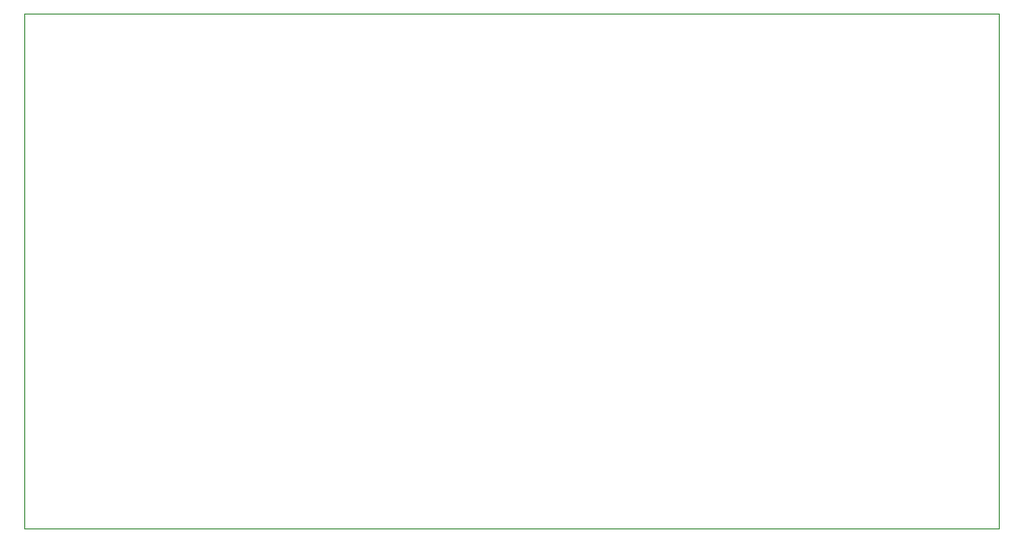
<source format=gbr>
G04 #@! TF.GenerationSoftware,KiCad,Pcbnew,6.0.0-rc1-unknown-dffa399~84~ubuntu16.04.1*
G04 #@! TF.CreationDate,2019-01-25T19:03:03+01:00
G04 #@! TF.ProjectId,mySensors_door_switch,6d795365-6e73-46f7-9273-5f646f6f725f,1.0*
G04 #@! TF.SameCoordinates,Original*
G04 #@! TF.FileFunction,Profile,NP*
%FSLAX46Y46*%
G04 Gerber Fmt 4.6, Leading zero omitted, Abs format (unit mm)*
G04 Created by KiCad (PCBNEW 6.0.0-rc1-unknown-dffa399~84~ubuntu16.04.1) date pią, 25 sty 2019, 19:03:03*
%MOMM*%
%LPD*%
G04 APERTURE LIST*
%ADD10C,0.050000*%
G04 APERTURE END LIST*
D10*
X99987400Y-110000200D02*
X99987400Y-65000200D01*
X184987400Y-110000200D02*
X99987400Y-110000200D01*
X184987400Y-65000200D02*
X184987400Y-110000200D01*
X99987400Y-65000200D02*
X184987400Y-65000200D01*
M02*

</source>
